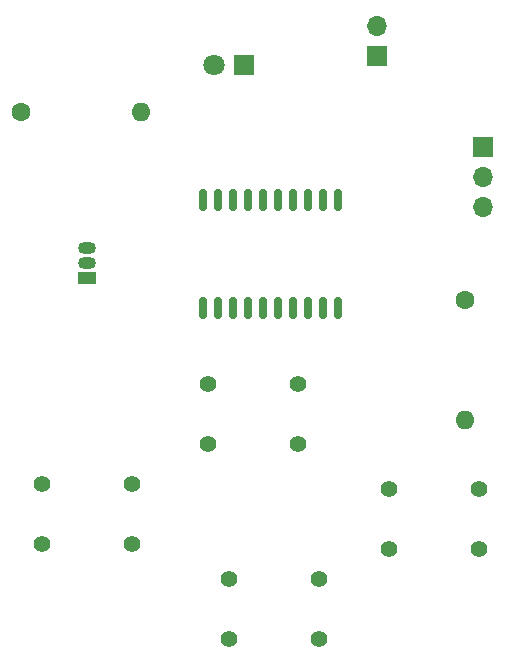
<source format=gts>
G04 #@! TF.GenerationSoftware,KiCad,Pcbnew,8.0.1*
G04 #@! TF.CreationDate,2024-05-12T13:49:03-04:00*
G04 #@! TF.ProjectId,recyclobot,72656379-636c-46f6-926f-742e6b696361,rev?*
G04 #@! TF.SameCoordinates,Original*
G04 #@! TF.FileFunction,Soldermask,Top*
G04 #@! TF.FilePolarity,Negative*
%FSLAX46Y46*%
G04 Gerber Fmt 4.6, Leading zero omitted, Abs format (unit mm)*
G04 Created by KiCad (PCBNEW 8.0.1) date 2024-05-12 13:49:03*
%MOMM*%
%LPD*%
G01*
G04 APERTURE LIST*
G04 Aperture macros list*
%AMRoundRect*
0 Rectangle with rounded corners*
0 $1 Rounding radius*
0 $2 $3 $4 $5 $6 $7 $8 $9 X,Y pos of 4 corners*
0 Add a 4 corners polygon primitive as box body*
4,1,4,$2,$3,$4,$5,$6,$7,$8,$9,$2,$3,0*
0 Add four circle primitives for the rounded corners*
1,1,$1+$1,$2,$3*
1,1,$1+$1,$4,$5*
1,1,$1+$1,$6,$7*
1,1,$1+$1,$8,$9*
0 Add four rect primitives between the rounded corners*
20,1,$1+$1,$2,$3,$4,$5,0*
20,1,$1+$1,$4,$5,$6,$7,0*
20,1,$1+$1,$6,$7,$8,$9,0*
20,1,$1+$1,$8,$9,$2,$3,0*%
G04 Aperture macros list end*
%ADD10R,1.700000X1.700000*%
%ADD11O,1.700000X1.700000*%
%ADD12R,1.500000X1.050000*%
%ADD13O,1.500000X1.050000*%
%ADD14RoundRect,0.150000X-0.150000X0.800000X-0.150000X-0.800000X0.150000X-0.800000X0.150000X0.800000X0*%
%ADD15C,1.397000*%
%ADD16O,1.600000X1.600000*%
%ADD17C,1.600000*%
%ADD18R,1.800000X1.800000*%
%ADD19C,1.800000*%
G04 APERTURE END LIST*
D10*
X174000000Y-75420000D03*
D11*
X174000000Y-77960000D03*
X174000000Y-80500000D03*
D10*
X165000000Y-67725000D03*
D11*
X165000000Y-65185000D03*
D12*
X140500000Y-86500000D03*
D13*
X140500000Y-85230000D03*
X140500000Y-83960000D03*
D14*
X161715000Y-79900000D03*
X160445000Y-79900000D03*
X159175000Y-79900000D03*
X157905000Y-79900000D03*
X156635000Y-79900000D03*
X155365000Y-79900000D03*
X154095000Y-79900000D03*
X152825000Y-79900000D03*
X151555000Y-79900000D03*
X150285000Y-79900000D03*
X150285000Y-89100000D03*
X151555000Y-89100000D03*
X152825000Y-89100000D03*
X154095000Y-89100000D03*
X155365000Y-89100000D03*
X156635000Y-89100000D03*
X157905000Y-89100000D03*
X159175000Y-89100000D03*
X160445000Y-89100000D03*
X161715000Y-89100000D03*
D15*
X166000000Y-104420000D03*
X173620000Y-104420000D03*
X166000000Y-109500000D03*
X173620000Y-109500000D03*
X150690000Y-95460000D03*
X158310000Y-95460000D03*
X150690000Y-100540000D03*
X158310000Y-100540000D03*
X152500000Y-112000000D03*
X160120000Y-112000000D03*
X152500000Y-117080000D03*
X160120000Y-117080000D03*
X136690000Y-103960000D03*
X144310000Y-103960000D03*
X136690000Y-109040000D03*
X144310000Y-109040000D03*
D16*
X145080000Y-72500000D03*
D17*
X134920000Y-72500000D03*
X172500000Y-88420000D03*
D16*
X172500000Y-98580000D03*
D18*
X153775000Y-68500000D03*
D19*
X151235000Y-68500000D03*
M02*

</source>
